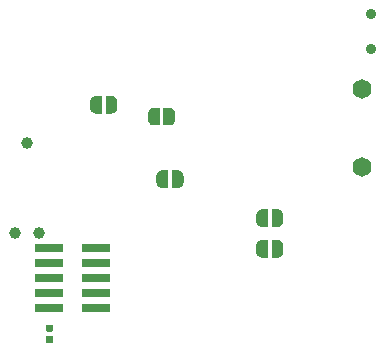
<source format=gbr>
G04 #@! TF.GenerationSoftware,KiCad,Pcbnew,5.1.3-ffb9f22~84~ubuntu19.04.1*
G04 #@! TF.CreationDate,2019-08-02T10:13:28-05:00*
G04 #@! TF.ProjectId,LeashPCB,4c656173-6850-4434-922e-6b696361645f,rev?*
G04 #@! TF.SameCoordinates,Original*
G04 #@! TF.FileFunction,Soldermask,Bot*
G04 #@! TF.FilePolarity,Negative*
%FSLAX46Y46*%
G04 Gerber Fmt 4.6, Leading zero omitted, Abs format (unit mm)*
G04 Created by KiCad (PCBNEW 5.1.3-ffb9f22~84~ubuntu19.04.1) date 2019-08-02 10:13:28*
%MOMM*%
%LPD*%
G04 APERTURE LIST*
%ADD10C,0.900000*%
%ADD11O,1.600000X1.651000*%
%ADD12C,0.990600*%
%ADD13C,0.100000*%
%ADD14C,0.590000*%
%ADD15R,2.400000X0.740000*%
%ADD16C,0.500000*%
G04 APERTURE END LIST*
D10*
X159200000Y-50600000D03*
X159200000Y-53600000D03*
D11*
X158500000Y-63550000D03*
X158500000Y-56950000D03*
D12*
X130100000Y-61560000D03*
X131116000Y-69180000D03*
X129084000Y-69180000D03*
D13*
G36*
X132186958Y-77890710D02*
G01*
X132201276Y-77892834D01*
X132215317Y-77896351D01*
X132228946Y-77901228D01*
X132242031Y-77907417D01*
X132254447Y-77914858D01*
X132266073Y-77923481D01*
X132276798Y-77933202D01*
X132286519Y-77943927D01*
X132295142Y-77955553D01*
X132302583Y-77967969D01*
X132308772Y-77981054D01*
X132313649Y-77994683D01*
X132317166Y-78008724D01*
X132319290Y-78023042D01*
X132320000Y-78037500D01*
X132320000Y-78332500D01*
X132319290Y-78346958D01*
X132317166Y-78361276D01*
X132313649Y-78375317D01*
X132308772Y-78388946D01*
X132302583Y-78402031D01*
X132295142Y-78414447D01*
X132286519Y-78426073D01*
X132276798Y-78436798D01*
X132266073Y-78446519D01*
X132254447Y-78455142D01*
X132242031Y-78462583D01*
X132228946Y-78468772D01*
X132215317Y-78473649D01*
X132201276Y-78477166D01*
X132186958Y-78479290D01*
X132172500Y-78480000D01*
X131827500Y-78480000D01*
X131813042Y-78479290D01*
X131798724Y-78477166D01*
X131784683Y-78473649D01*
X131771054Y-78468772D01*
X131757969Y-78462583D01*
X131745553Y-78455142D01*
X131733927Y-78446519D01*
X131723202Y-78436798D01*
X131713481Y-78426073D01*
X131704858Y-78414447D01*
X131697417Y-78402031D01*
X131691228Y-78388946D01*
X131686351Y-78375317D01*
X131682834Y-78361276D01*
X131680710Y-78346958D01*
X131680000Y-78332500D01*
X131680000Y-78037500D01*
X131680710Y-78023042D01*
X131682834Y-78008724D01*
X131686351Y-77994683D01*
X131691228Y-77981054D01*
X131697417Y-77967969D01*
X131704858Y-77955553D01*
X131713481Y-77943927D01*
X131723202Y-77933202D01*
X131733927Y-77923481D01*
X131745553Y-77914858D01*
X131757969Y-77907417D01*
X131771054Y-77901228D01*
X131784683Y-77896351D01*
X131798724Y-77892834D01*
X131813042Y-77890710D01*
X131827500Y-77890000D01*
X132172500Y-77890000D01*
X132186958Y-77890710D01*
X132186958Y-77890710D01*
G37*
D14*
X132000000Y-78185000D03*
D13*
G36*
X132186958Y-76920710D02*
G01*
X132201276Y-76922834D01*
X132215317Y-76926351D01*
X132228946Y-76931228D01*
X132242031Y-76937417D01*
X132254447Y-76944858D01*
X132266073Y-76953481D01*
X132276798Y-76963202D01*
X132286519Y-76973927D01*
X132295142Y-76985553D01*
X132302583Y-76997969D01*
X132308772Y-77011054D01*
X132313649Y-77024683D01*
X132317166Y-77038724D01*
X132319290Y-77053042D01*
X132320000Y-77067500D01*
X132320000Y-77362500D01*
X132319290Y-77376958D01*
X132317166Y-77391276D01*
X132313649Y-77405317D01*
X132308772Y-77418946D01*
X132302583Y-77432031D01*
X132295142Y-77444447D01*
X132286519Y-77456073D01*
X132276798Y-77466798D01*
X132266073Y-77476519D01*
X132254447Y-77485142D01*
X132242031Y-77492583D01*
X132228946Y-77498772D01*
X132215317Y-77503649D01*
X132201276Y-77507166D01*
X132186958Y-77509290D01*
X132172500Y-77510000D01*
X131827500Y-77510000D01*
X131813042Y-77509290D01*
X131798724Y-77507166D01*
X131784683Y-77503649D01*
X131771054Y-77498772D01*
X131757969Y-77492583D01*
X131745553Y-77485142D01*
X131733927Y-77476519D01*
X131723202Y-77466798D01*
X131713481Y-77456073D01*
X131704858Y-77444447D01*
X131697417Y-77432031D01*
X131691228Y-77418946D01*
X131686351Y-77405317D01*
X131682834Y-77391276D01*
X131680710Y-77376958D01*
X131680000Y-77362500D01*
X131680000Y-77067500D01*
X131680710Y-77053042D01*
X131682834Y-77038724D01*
X131686351Y-77024683D01*
X131691228Y-77011054D01*
X131697417Y-76997969D01*
X131704858Y-76985553D01*
X131713481Y-76973927D01*
X131723202Y-76963202D01*
X131733927Y-76953481D01*
X131745553Y-76944858D01*
X131757969Y-76937417D01*
X131771054Y-76931228D01*
X131784683Y-76926351D01*
X131798724Y-76922834D01*
X131813042Y-76920710D01*
X131827500Y-76920000D01*
X132172500Y-76920000D01*
X132186958Y-76920710D01*
X132186958Y-76920710D01*
G37*
D14*
X132000000Y-77215000D03*
D15*
X135900000Y-70460000D03*
X132000000Y-70460000D03*
X135900000Y-71730000D03*
X132000000Y-71730000D03*
X135900000Y-73000000D03*
X132000000Y-73000000D03*
X135900000Y-74270000D03*
X132000000Y-74270000D03*
X135900000Y-75540000D03*
X132000000Y-75540000D03*
D16*
X151300000Y-70500000D03*
D13*
G36*
X150800000Y-69750000D02*
G01*
X151300000Y-69750000D01*
X151300000Y-69750602D01*
X151324534Y-69750602D01*
X151373365Y-69755412D01*
X151421490Y-69764984D01*
X151468445Y-69779228D01*
X151513778Y-69798005D01*
X151557051Y-69821136D01*
X151597850Y-69848396D01*
X151635779Y-69879524D01*
X151670476Y-69914221D01*
X151701604Y-69952150D01*
X151728864Y-69992949D01*
X151751995Y-70036222D01*
X151770772Y-70081555D01*
X151785016Y-70128510D01*
X151794588Y-70176635D01*
X151799398Y-70225466D01*
X151799398Y-70250000D01*
X151800000Y-70250000D01*
X151800000Y-70750000D01*
X151799398Y-70750000D01*
X151799398Y-70774534D01*
X151794588Y-70823365D01*
X151785016Y-70871490D01*
X151770772Y-70918445D01*
X151751995Y-70963778D01*
X151728864Y-71007051D01*
X151701604Y-71047850D01*
X151670476Y-71085779D01*
X151635779Y-71120476D01*
X151597850Y-71151604D01*
X151557051Y-71178864D01*
X151513778Y-71201995D01*
X151468445Y-71220772D01*
X151421490Y-71235016D01*
X151373365Y-71244588D01*
X151324534Y-71249398D01*
X151300000Y-71249398D01*
X151300000Y-71250000D01*
X150800000Y-71250000D01*
X150800000Y-69750000D01*
X150800000Y-69750000D01*
G37*
D16*
X150000000Y-70500000D03*
D13*
G36*
X150000000Y-71249398D02*
G01*
X149975466Y-71249398D01*
X149926635Y-71244588D01*
X149878510Y-71235016D01*
X149831555Y-71220772D01*
X149786222Y-71201995D01*
X149742949Y-71178864D01*
X149702150Y-71151604D01*
X149664221Y-71120476D01*
X149629524Y-71085779D01*
X149598396Y-71047850D01*
X149571136Y-71007051D01*
X149548005Y-70963778D01*
X149529228Y-70918445D01*
X149514984Y-70871490D01*
X149505412Y-70823365D01*
X149500602Y-70774534D01*
X149500602Y-70750000D01*
X149500000Y-70750000D01*
X149500000Y-70250000D01*
X149500602Y-70250000D01*
X149500602Y-70225466D01*
X149505412Y-70176635D01*
X149514984Y-70128510D01*
X149529228Y-70081555D01*
X149548005Y-70036222D01*
X149571136Y-69992949D01*
X149598396Y-69952150D01*
X149629524Y-69914221D01*
X149664221Y-69879524D01*
X149702150Y-69848396D01*
X149742949Y-69821136D01*
X149786222Y-69798005D01*
X149831555Y-69779228D01*
X149878510Y-69764984D01*
X149926635Y-69755412D01*
X149975466Y-69750602D01*
X150000000Y-69750602D01*
X150000000Y-69750000D01*
X150500000Y-69750000D01*
X150500000Y-71250000D01*
X150000000Y-71250000D01*
X150000000Y-71249398D01*
X150000000Y-71249398D01*
G37*
D16*
X151300000Y-67900000D03*
D13*
G36*
X150800000Y-67150000D02*
G01*
X151300000Y-67150000D01*
X151300000Y-67150602D01*
X151324534Y-67150602D01*
X151373365Y-67155412D01*
X151421490Y-67164984D01*
X151468445Y-67179228D01*
X151513778Y-67198005D01*
X151557051Y-67221136D01*
X151597850Y-67248396D01*
X151635779Y-67279524D01*
X151670476Y-67314221D01*
X151701604Y-67352150D01*
X151728864Y-67392949D01*
X151751995Y-67436222D01*
X151770772Y-67481555D01*
X151785016Y-67528510D01*
X151794588Y-67576635D01*
X151799398Y-67625466D01*
X151799398Y-67650000D01*
X151800000Y-67650000D01*
X151800000Y-68150000D01*
X151799398Y-68150000D01*
X151799398Y-68174534D01*
X151794588Y-68223365D01*
X151785016Y-68271490D01*
X151770772Y-68318445D01*
X151751995Y-68363778D01*
X151728864Y-68407051D01*
X151701604Y-68447850D01*
X151670476Y-68485779D01*
X151635779Y-68520476D01*
X151597850Y-68551604D01*
X151557051Y-68578864D01*
X151513778Y-68601995D01*
X151468445Y-68620772D01*
X151421490Y-68635016D01*
X151373365Y-68644588D01*
X151324534Y-68649398D01*
X151300000Y-68649398D01*
X151300000Y-68650000D01*
X150800000Y-68650000D01*
X150800000Y-67150000D01*
X150800000Y-67150000D01*
G37*
D16*
X150000000Y-67900000D03*
D13*
G36*
X150000000Y-68649398D02*
G01*
X149975466Y-68649398D01*
X149926635Y-68644588D01*
X149878510Y-68635016D01*
X149831555Y-68620772D01*
X149786222Y-68601995D01*
X149742949Y-68578864D01*
X149702150Y-68551604D01*
X149664221Y-68520476D01*
X149629524Y-68485779D01*
X149598396Y-68447850D01*
X149571136Y-68407051D01*
X149548005Y-68363778D01*
X149529228Y-68318445D01*
X149514984Y-68271490D01*
X149505412Y-68223365D01*
X149500602Y-68174534D01*
X149500602Y-68150000D01*
X149500000Y-68150000D01*
X149500000Y-67650000D01*
X149500602Y-67650000D01*
X149500602Y-67625466D01*
X149505412Y-67576635D01*
X149514984Y-67528510D01*
X149529228Y-67481555D01*
X149548005Y-67436222D01*
X149571136Y-67392949D01*
X149598396Y-67352150D01*
X149629524Y-67314221D01*
X149664221Y-67279524D01*
X149702150Y-67248396D01*
X149742949Y-67221136D01*
X149786222Y-67198005D01*
X149831555Y-67179228D01*
X149878510Y-67164984D01*
X149926635Y-67155412D01*
X149975466Y-67150602D01*
X150000000Y-67150602D01*
X150000000Y-67150000D01*
X150500000Y-67150000D01*
X150500000Y-68650000D01*
X150000000Y-68650000D01*
X150000000Y-68649398D01*
X150000000Y-68649398D01*
G37*
D16*
X135950000Y-58300000D03*
D13*
G36*
X136450000Y-59050000D02*
G01*
X135950000Y-59050000D01*
X135950000Y-59049398D01*
X135925466Y-59049398D01*
X135876635Y-59044588D01*
X135828510Y-59035016D01*
X135781555Y-59020772D01*
X135736222Y-59001995D01*
X135692949Y-58978864D01*
X135652150Y-58951604D01*
X135614221Y-58920476D01*
X135579524Y-58885779D01*
X135548396Y-58847850D01*
X135521136Y-58807051D01*
X135498005Y-58763778D01*
X135479228Y-58718445D01*
X135464984Y-58671490D01*
X135455412Y-58623365D01*
X135450602Y-58574534D01*
X135450602Y-58550000D01*
X135450000Y-58550000D01*
X135450000Y-58050000D01*
X135450602Y-58050000D01*
X135450602Y-58025466D01*
X135455412Y-57976635D01*
X135464984Y-57928510D01*
X135479228Y-57881555D01*
X135498005Y-57836222D01*
X135521136Y-57792949D01*
X135548396Y-57752150D01*
X135579524Y-57714221D01*
X135614221Y-57679524D01*
X135652150Y-57648396D01*
X135692949Y-57621136D01*
X135736222Y-57598005D01*
X135781555Y-57579228D01*
X135828510Y-57564984D01*
X135876635Y-57555412D01*
X135925466Y-57550602D01*
X135950000Y-57550602D01*
X135950000Y-57550000D01*
X136450000Y-57550000D01*
X136450000Y-59050000D01*
X136450000Y-59050000D01*
G37*
D16*
X137250000Y-58300000D03*
D13*
G36*
X137250000Y-57550602D02*
G01*
X137274534Y-57550602D01*
X137323365Y-57555412D01*
X137371490Y-57564984D01*
X137418445Y-57579228D01*
X137463778Y-57598005D01*
X137507051Y-57621136D01*
X137547850Y-57648396D01*
X137585779Y-57679524D01*
X137620476Y-57714221D01*
X137651604Y-57752150D01*
X137678864Y-57792949D01*
X137701995Y-57836222D01*
X137720772Y-57881555D01*
X137735016Y-57928510D01*
X137744588Y-57976635D01*
X137749398Y-58025466D01*
X137749398Y-58050000D01*
X137750000Y-58050000D01*
X137750000Y-58550000D01*
X137749398Y-58550000D01*
X137749398Y-58574534D01*
X137744588Y-58623365D01*
X137735016Y-58671490D01*
X137720772Y-58718445D01*
X137701995Y-58763778D01*
X137678864Y-58807051D01*
X137651604Y-58847850D01*
X137620476Y-58885779D01*
X137585779Y-58920476D01*
X137547850Y-58951604D01*
X137507051Y-58978864D01*
X137463778Y-59001995D01*
X137418445Y-59020772D01*
X137371490Y-59035016D01*
X137323365Y-59044588D01*
X137274534Y-59049398D01*
X137250000Y-59049398D01*
X137250000Y-59050000D01*
X136750000Y-59050000D01*
X136750000Y-57550000D01*
X137250000Y-57550000D01*
X137250000Y-57550602D01*
X137250000Y-57550602D01*
G37*
D16*
X142850000Y-64600000D03*
D13*
G36*
X142350000Y-63850000D02*
G01*
X142850000Y-63850000D01*
X142850000Y-63850602D01*
X142874534Y-63850602D01*
X142923365Y-63855412D01*
X142971490Y-63864984D01*
X143018445Y-63879228D01*
X143063778Y-63898005D01*
X143107051Y-63921136D01*
X143147850Y-63948396D01*
X143185779Y-63979524D01*
X143220476Y-64014221D01*
X143251604Y-64052150D01*
X143278864Y-64092949D01*
X143301995Y-64136222D01*
X143320772Y-64181555D01*
X143335016Y-64228510D01*
X143344588Y-64276635D01*
X143349398Y-64325466D01*
X143349398Y-64350000D01*
X143350000Y-64350000D01*
X143350000Y-64850000D01*
X143349398Y-64850000D01*
X143349398Y-64874534D01*
X143344588Y-64923365D01*
X143335016Y-64971490D01*
X143320772Y-65018445D01*
X143301995Y-65063778D01*
X143278864Y-65107051D01*
X143251604Y-65147850D01*
X143220476Y-65185779D01*
X143185779Y-65220476D01*
X143147850Y-65251604D01*
X143107051Y-65278864D01*
X143063778Y-65301995D01*
X143018445Y-65320772D01*
X142971490Y-65335016D01*
X142923365Y-65344588D01*
X142874534Y-65349398D01*
X142850000Y-65349398D01*
X142850000Y-65350000D01*
X142350000Y-65350000D01*
X142350000Y-63850000D01*
X142350000Y-63850000D01*
G37*
D16*
X141550000Y-64600000D03*
D13*
G36*
X141550000Y-65349398D02*
G01*
X141525466Y-65349398D01*
X141476635Y-65344588D01*
X141428510Y-65335016D01*
X141381555Y-65320772D01*
X141336222Y-65301995D01*
X141292949Y-65278864D01*
X141252150Y-65251604D01*
X141214221Y-65220476D01*
X141179524Y-65185779D01*
X141148396Y-65147850D01*
X141121136Y-65107051D01*
X141098005Y-65063778D01*
X141079228Y-65018445D01*
X141064984Y-64971490D01*
X141055412Y-64923365D01*
X141050602Y-64874534D01*
X141050602Y-64850000D01*
X141050000Y-64850000D01*
X141050000Y-64350000D01*
X141050602Y-64350000D01*
X141050602Y-64325466D01*
X141055412Y-64276635D01*
X141064984Y-64228510D01*
X141079228Y-64181555D01*
X141098005Y-64136222D01*
X141121136Y-64092949D01*
X141148396Y-64052150D01*
X141179524Y-64014221D01*
X141214221Y-63979524D01*
X141252150Y-63948396D01*
X141292949Y-63921136D01*
X141336222Y-63898005D01*
X141381555Y-63879228D01*
X141428510Y-63864984D01*
X141476635Y-63855412D01*
X141525466Y-63850602D01*
X141550000Y-63850602D01*
X141550000Y-63850000D01*
X142050000Y-63850000D01*
X142050000Y-65350000D01*
X141550000Y-65350000D01*
X141550000Y-65349398D01*
X141550000Y-65349398D01*
G37*
D16*
X142150000Y-59300000D03*
D13*
G36*
X141650000Y-58550000D02*
G01*
X142150000Y-58550000D01*
X142150000Y-58550602D01*
X142174534Y-58550602D01*
X142223365Y-58555412D01*
X142271490Y-58564984D01*
X142318445Y-58579228D01*
X142363778Y-58598005D01*
X142407051Y-58621136D01*
X142447850Y-58648396D01*
X142485779Y-58679524D01*
X142520476Y-58714221D01*
X142551604Y-58752150D01*
X142578864Y-58792949D01*
X142601995Y-58836222D01*
X142620772Y-58881555D01*
X142635016Y-58928510D01*
X142644588Y-58976635D01*
X142649398Y-59025466D01*
X142649398Y-59050000D01*
X142650000Y-59050000D01*
X142650000Y-59550000D01*
X142649398Y-59550000D01*
X142649398Y-59574534D01*
X142644588Y-59623365D01*
X142635016Y-59671490D01*
X142620772Y-59718445D01*
X142601995Y-59763778D01*
X142578864Y-59807051D01*
X142551604Y-59847850D01*
X142520476Y-59885779D01*
X142485779Y-59920476D01*
X142447850Y-59951604D01*
X142407051Y-59978864D01*
X142363778Y-60001995D01*
X142318445Y-60020772D01*
X142271490Y-60035016D01*
X142223365Y-60044588D01*
X142174534Y-60049398D01*
X142150000Y-60049398D01*
X142150000Y-60050000D01*
X141650000Y-60050000D01*
X141650000Y-58550000D01*
X141650000Y-58550000D01*
G37*
D16*
X140850000Y-59300000D03*
D13*
G36*
X140850000Y-60049398D02*
G01*
X140825466Y-60049398D01*
X140776635Y-60044588D01*
X140728510Y-60035016D01*
X140681555Y-60020772D01*
X140636222Y-60001995D01*
X140592949Y-59978864D01*
X140552150Y-59951604D01*
X140514221Y-59920476D01*
X140479524Y-59885779D01*
X140448396Y-59847850D01*
X140421136Y-59807051D01*
X140398005Y-59763778D01*
X140379228Y-59718445D01*
X140364984Y-59671490D01*
X140355412Y-59623365D01*
X140350602Y-59574534D01*
X140350602Y-59550000D01*
X140350000Y-59550000D01*
X140350000Y-59050000D01*
X140350602Y-59050000D01*
X140350602Y-59025466D01*
X140355412Y-58976635D01*
X140364984Y-58928510D01*
X140379228Y-58881555D01*
X140398005Y-58836222D01*
X140421136Y-58792949D01*
X140448396Y-58752150D01*
X140479524Y-58714221D01*
X140514221Y-58679524D01*
X140552150Y-58648396D01*
X140592949Y-58621136D01*
X140636222Y-58598005D01*
X140681555Y-58579228D01*
X140728510Y-58564984D01*
X140776635Y-58555412D01*
X140825466Y-58550602D01*
X140850000Y-58550602D01*
X140850000Y-58550000D01*
X141350000Y-58550000D01*
X141350000Y-60050000D01*
X140850000Y-60050000D01*
X140850000Y-60049398D01*
X140850000Y-60049398D01*
G37*
M02*

</source>
